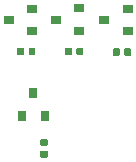
<source format=gbr>
G04 #@! TF.GenerationSoftware,KiCad,Pcbnew,5.0.2+dfsg1-1*
G04 #@! TF.CreationDate,2019-03-28T13:57:09+00:00*
G04 #@! TF.ProjectId,PiZeroInteract,50695a65-726f-4496-9e74-65726163742e,rev?*
G04 #@! TF.SameCoordinates,Original*
G04 #@! TF.FileFunction,Paste,Bot*
G04 #@! TF.FilePolarity,Positive*
%FSLAX46Y46*%
G04 Gerber Fmt 4.6, Leading zero omitted, Abs format (unit mm)*
G04 Created by KiCad (PCBNEW 5.0.2+dfsg1-1) date Thu 28 Mar 2019 13:57:09 GMT*
%MOMM*%
%LPD*%
G01*
G04 APERTURE LIST*
%ADD10R,0.800000X0.900000*%
%ADD11R,0.900000X0.800000*%
%ADD12C,0.100000*%
%ADD13C,0.590000*%
G04 APERTURE END LIST*
D10*
G04 #@! TO.C,Q2*
X132650000Y-76500000D03*
X131700000Y-78500000D03*
X133600000Y-78500000D03*
G04 #@! TD*
D11*
G04 #@! TO.C,Q1*
X136550000Y-69350000D03*
X136550000Y-71250000D03*
X134550000Y-70300000D03*
G04 #@! TD*
G04 #@! TO.C,Q3*
X138650000Y-70350000D03*
X140650000Y-71300000D03*
X140650000Y-69400000D03*
G04 #@! TD*
G04 #@! TO.C,Q4*
X132550000Y-69400000D03*
X132550000Y-71300000D03*
X130550000Y-70350000D03*
G04 #@! TD*
D12*
G04 #@! TO.C,R9*
G36*
X136746958Y-72680710D02*
X136761276Y-72682834D01*
X136775317Y-72686351D01*
X136788946Y-72691228D01*
X136802031Y-72697417D01*
X136814447Y-72704858D01*
X136826073Y-72713481D01*
X136836798Y-72723202D01*
X136846519Y-72733927D01*
X136855142Y-72745553D01*
X136862583Y-72757969D01*
X136868772Y-72771054D01*
X136873649Y-72784683D01*
X136877166Y-72798724D01*
X136879290Y-72813042D01*
X136880000Y-72827500D01*
X136880000Y-73172500D01*
X136879290Y-73186958D01*
X136877166Y-73201276D01*
X136873649Y-73215317D01*
X136868772Y-73228946D01*
X136862583Y-73242031D01*
X136855142Y-73254447D01*
X136846519Y-73266073D01*
X136836798Y-73276798D01*
X136826073Y-73286519D01*
X136814447Y-73295142D01*
X136802031Y-73302583D01*
X136788946Y-73308772D01*
X136775317Y-73313649D01*
X136761276Y-73317166D01*
X136746958Y-73319290D01*
X136732500Y-73320000D01*
X136437500Y-73320000D01*
X136423042Y-73319290D01*
X136408724Y-73317166D01*
X136394683Y-73313649D01*
X136381054Y-73308772D01*
X136367969Y-73302583D01*
X136355553Y-73295142D01*
X136343927Y-73286519D01*
X136333202Y-73276798D01*
X136323481Y-73266073D01*
X136314858Y-73254447D01*
X136307417Y-73242031D01*
X136301228Y-73228946D01*
X136296351Y-73215317D01*
X136292834Y-73201276D01*
X136290710Y-73186958D01*
X136290000Y-73172500D01*
X136290000Y-72827500D01*
X136290710Y-72813042D01*
X136292834Y-72798724D01*
X136296351Y-72784683D01*
X136301228Y-72771054D01*
X136307417Y-72757969D01*
X136314858Y-72745553D01*
X136323481Y-72733927D01*
X136333202Y-72723202D01*
X136343927Y-72713481D01*
X136355553Y-72704858D01*
X136367969Y-72697417D01*
X136381054Y-72691228D01*
X136394683Y-72686351D01*
X136408724Y-72682834D01*
X136423042Y-72680710D01*
X136437500Y-72680000D01*
X136732500Y-72680000D01*
X136746958Y-72680710D01*
X136746958Y-72680710D01*
G37*
D13*
X136585000Y-73000000D03*
D12*
G36*
X135776958Y-72680710D02*
X135791276Y-72682834D01*
X135805317Y-72686351D01*
X135818946Y-72691228D01*
X135832031Y-72697417D01*
X135844447Y-72704858D01*
X135856073Y-72713481D01*
X135866798Y-72723202D01*
X135876519Y-72733927D01*
X135885142Y-72745553D01*
X135892583Y-72757969D01*
X135898772Y-72771054D01*
X135903649Y-72784683D01*
X135907166Y-72798724D01*
X135909290Y-72813042D01*
X135910000Y-72827500D01*
X135910000Y-73172500D01*
X135909290Y-73186958D01*
X135907166Y-73201276D01*
X135903649Y-73215317D01*
X135898772Y-73228946D01*
X135892583Y-73242031D01*
X135885142Y-73254447D01*
X135876519Y-73266073D01*
X135866798Y-73276798D01*
X135856073Y-73286519D01*
X135844447Y-73295142D01*
X135832031Y-73302583D01*
X135818946Y-73308772D01*
X135805317Y-73313649D01*
X135791276Y-73317166D01*
X135776958Y-73319290D01*
X135762500Y-73320000D01*
X135467500Y-73320000D01*
X135453042Y-73319290D01*
X135438724Y-73317166D01*
X135424683Y-73313649D01*
X135411054Y-73308772D01*
X135397969Y-73302583D01*
X135385553Y-73295142D01*
X135373927Y-73286519D01*
X135363202Y-73276798D01*
X135353481Y-73266073D01*
X135344858Y-73254447D01*
X135337417Y-73242031D01*
X135331228Y-73228946D01*
X135326351Y-73215317D01*
X135322834Y-73201276D01*
X135320710Y-73186958D01*
X135320000Y-73172500D01*
X135320000Y-72827500D01*
X135320710Y-72813042D01*
X135322834Y-72798724D01*
X135326351Y-72784683D01*
X135331228Y-72771054D01*
X135337417Y-72757969D01*
X135344858Y-72745553D01*
X135353481Y-72733927D01*
X135363202Y-72723202D01*
X135373927Y-72713481D01*
X135385553Y-72704858D01*
X135397969Y-72697417D01*
X135411054Y-72691228D01*
X135424683Y-72686351D01*
X135438724Y-72682834D01*
X135453042Y-72680710D01*
X135467500Y-72680000D01*
X135762500Y-72680000D01*
X135776958Y-72680710D01*
X135776958Y-72680710D01*
G37*
D13*
X135615000Y-73000000D03*
G04 #@! TD*
D12*
G04 #@! TO.C,R10*
G36*
X140796958Y-72730710D02*
X140811276Y-72732834D01*
X140825317Y-72736351D01*
X140838946Y-72741228D01*
X140852031Y-72747417D01*
X140864447Y-72754858D01*
X140876073Y-72763481D01*
X140886798Y-72773202D01*
X140896519Y-72783927D01*
X140905142Y-72795553D01*
X140912583Y-72807969D01*
X140918772Y-72821054D01*
X140923649Y-72834683D01*
X140927166Y-72848724D01*
X140929290Y-72863042D01*
X140930000Y-72877500D01*
X140930000Y-73222500D01*
X140929290Y-73236958D01*
X140927166Y-73251276D01*
X140923649Y-73265317D01*
X140918772Y-73278946D01*
X140912583Y-73292031D01*
X140905142Y-73304447D01*
X140896519Y-73316073D01*
X140886798Y-73326798D01*
X140876073Y-73336519D01*
X140864447Y-73345142D01*
X140852031Y-73352583D01*
X140838946Y-73358772D01*
X140825317Y-73363649D01*
X140811276Y-73367166D01*
X140796958Y-73369290D01*
X140782500Y-73370000D01*
X140487500Y-73370000D01*
X140473042Y-73369290D01*
X140458724Y-73367166D01*
X140444683Y-73363649D01*
X140431054Y-73358772D01*
X140417969Y-73352583D01*
X140405553Y-73345142D01*
X140393927Y-73336519D01*
X140383202Y-73326798D01*
X140373481Y-73316073D01*
X140364858Y-73304447D01*
X140357417Y-73292031D01*
X140351228Y-73278946D01*
X140346351Y-73265317D01*
X140342834Y-73251276D01*
X140340710Y-73236958D01*
X140340000Y-73222500D01*
X140340000Y-72877500D01*
X140340710Y-72863042D01*
X140342834Y-72848724D01*
X140346351Y-72834683D01*
X140351228Y-72821054D01*
X140357417Y-72807969D01*
X140364858Y-72795553D01*
X140373481Y-72783927D01*
X140383202Y-72773202D01*
X140393927Y-72763481D01*
X140405553Y-72754858D01*
X140417969Y-72747417D01*
X140431054Y-72741228D01*
X140444683Y-72736351D01*
X140458724Y-72732834D01*
X140473042Y-72730710D01*
X140487500Y-72730000D01*
X140782500Y-72730000D01*
X140796958Y-72730710D01*
X140796958Y-72730710D01*
G37*
D13*
X140635000Y-73050000D03*
D12*
G36*
X139826958Y-72730710D02*
X139841276Y-72732834D01*
X139855317Y-72736351D01*
X139868946Y-72741228D01*
X139882031Y-72747417D01*
X139894447Y-72754858D01*
X139906073Y-72763481D01*
X139916798Y-72773202D01*
X139926519Y-72783927D01*
X139935142Y-72795553D01*
X139942583Y-72807969D01*
X139948772Y-72821054D01*
X139953649Y-72834683D01*
X139957166Y-72848724D01*
X139959290Y-72863042D01*
X139960000Y-72877500D01*
X139960000Y-73222500D01*
X139959290Y-73236958D01*
X139957166Y-73251276D01*
X139953649Y-73265317D01*
X139948772Y-73278946D01*
X139942583Y-73292031D01*
X139935142Y-73304447D01*
X139926519Y-73316073D01*
X139916798Y-73326798D01*
X139906073Y-73336519D01*
X139894447Y-73345142D01*
X139882031Y-73352583D01*
X139868946Y-73358772D01*
X139855317Y-73363649D01*
X139841276Y-73367166D01*
X139826958Y-73369290D01*
X139812500Y-73370000D01*
X139517500Y-73370000D01*
X139503042Y-73369290D01*
X139488724Y-73367166D01*
X139474683Y-73363649D01*
X139461054Y-73358772D01*
X139447969Y-73352583D01*
X139435553Y-73345142D01*
X139423927Y-73336519D01*
X139413202Y-73326798D01*
X139403481Y-73316073D01*
X139394858Y-73304447D01*
X139387417Y-73292031D01*
X139381228Y-73278946D01*
X139376351Y-73265317D01*
X139372834Y-73251276D01*
X139370710Y-73236958D01*
X139370000Y-73222500D01*
X139370000Y-72877500D01*
X139370710Y-72863042D01*
X139372834Y-72848724D01*
X139376351Y-72834683D01*
X139381228Y-72821054D01*
X139387417Y-72807969D01*
X139394858Y-72795553D01*
X139403481Y-72783927D01*
X139413202Y-72773202D01*
X139423927Y-72763481D01*
X139435553Y-72754858D01*
X139447969Y-72747417D01*
X139461054Y-72741228D01*
X139474683Y-72736351D01*
X139488724Y-72732834D01*
X139503042Y-72730710D01*
X139517500Y-72730000D01*
X139812500Y-72730000D01*
X139826958Y-72730710D01*
X139826958Y-72730710D01*
G37*
D13*
X139665000Y-73050000D03*
G04 #@! TD*
D12*
G04 #@! TO.C,R11*
G36*
X133736958Y-81390710D02*
X133751276Y-81392834D01*
X133765317Y-81396351D01*
X133778946Y-81401228D01*
X133792031Y-81407417D01*
X133804447Y-81414858D01*
X133816073Y-81423481D01*
X133826798Y-81433202D01*
X133836519Y-81443927D01*
X133845142Y-81455553D01*
X133852583Y-81467969D01*
X133858772Y-81481054D01*
X133863649Y-81494683D01*
X133867166Y-81508724D01*
X133869290Y-81523042D01*
X133870000Y-81537500D01*
X133870000Y-81832500D01*
X133869290Y-81846958D01*
X133867166Y-81861276D01*
X133863649Y-81875317D01*
X133858772Y-81888946D01*
X133852583Y-81902031D01*
X133845142Y-81914447D01*
X133836519Y-81926073D01*
X133826798Y-81936798D01*
X133816073Y-81946519D01*
X133804447Y-81955142D01*
X133792031Y-81962583D01*
X133778946Y-81968772D01*
X133765317Y-81973649D01*
X133751276Y-81977166D01*
X133736958Y-81979290D01*
X133722500Y-81980000D01*
X133377500Y-81980000D01*
X133363042Y-81979290D01*
X133348724Y-81977166D01*
X133334683Y-81973649D01*
X133321054Y-81968772D01*
X133307969Y-81962583D01*
X133295553Y-81955142D01*
X133283927Y-81946519D01*
X133273202Y-81936798D01*
X133263481Y-81926073D01*
X133254858Y-81914447D01*
X133247417Y-81902031D01*
X133241228Y-81888946D01*
X133236351Y-81875317D01*
X133232834Y-81861276D01*
X133230710Y-81846958D01*
X133230000Y-81832500D01*
X133230000Y-81537500D01*
X133230710Y-81523042D01*
X133232834Y-81508724D01*
X133236351Y-81494683D01*
X133241228Y-81481054D01*
X133247417Y-81467969D01*
X133254858Y-81455553D01*
X133263481Y-81443927D01*
X133273202Y-81433202D01*
X133283927Y-81423481D01*
X133295553Y-81414858D01*
X133307969Y-81407417D01*
X133321054Y-81401228D01*
X133334683Y-81396351D01*
X133348724Y-81392834D01*
X133363042Y-81390710D01*
X133377500Y-81390000D01*
X133722500Y-81390000D01*
X133736958Y-81390710D01*
X133736958Y-81390710D01*
G37*
D13*
X133550000Y-81685000D03*
D12*
G36*
X133736958Y-80420710D02*
X133751276Y-80422834D01*
X133765317Y-80426351D01*
X133778946Y-80431228D01*
X133792031Y-80437417D01*
X133804447Y-80444858D01*
X133816073Y-80453481D01*
X133826798Y-80463202D01*
X133836519Y-80473927D01*
X133845142Y-80485553D01*
X133852583Y-80497969D01*
X133858772Y-80511054D01*
X133863649Y-80524683D01*
X133867166Y-80538724D01*
X133869290Y-80553042D01*
X133870000Y-80567500D01*
X133870000Y-80862500D01*
X133869290Y-80876958D01*
X133867166Y-80891276D01*
X133863649Y-80905317D01*
X133858772Y-80918946D01*
X133852583Y-80932031D01*
X133845142Y-80944447D01*
X133836519Y-80956073D01*
X133826798Y-80966798D01*
X133816073Y-80976519D01*
X133804447Y-80985142D01*
X133792031Y-80992583D01*
X133778946Y-80998772D01*
X133765317Y-81003649D01*
X133751276Y-81007166D01*
X133736958Y-81009290D01*
X133722500Y-81010000D01*
X133377500Y-81010000D01*
X133363042Y-81009290D01*
X133348724Y-81007166D01*
X133334683Y-81003649D01*
X133321054Y-80998772D01*
X133307969Y-80992583D01*
X133295553Y-80985142D01*
X133283927Y-80976519D01*
X133273202Y-80966798D01*
X133263481Y-80956073D01*
X133254858Y-80944447D01*
X133247417Y-80932031D01*
X133241228Y-80918946D01*
X133236351Y-80905317D01*
X133232834Y-80891276D01*
X133230710Y-80876958D01*
X133230000Y-80862500D01*
X133230000Y-80567500D01*
X133230710Y-80553042D01*
X133232834Y-80538724D01*
X133236351Y-80524683D01*
X133241228Y-80511054D01*
X133247417Y-80497969D01*
X133254858Y-80485553D01*
X133263481Y-80473927D01*
X133273202Y-80463202D01*
X133283927Y-80453481D01*
X133295553Y-80444858D01*
X133307969Y-80437417D01*
X133321054Y-80431228D01*
X133334683Y-80426351D01*
X133348724Y-80422834D01*
X133363042Y-80420710D01*
X133377500Y-80420000D01*
X133722500Y-80420000D01*
X133736958Y-80420710D01*
X133736958Y-80420710D01*
G37*
D13*
X133550000Y-80715000D03*
G04 #@! TD*
D12*
G04 #@! TO.C,R12*
G36*
X132696958Y-72680710D02*
X132711276Y-72682834D01*
X132725317Y-72686351D01*
X132738946Y-72691228D01*
X132752031Y-72697417D01*
X132764447Y-72704858D01*
X132776073Y-72713481D01*
X132786798Y-72723202D01*
X132796519Y-72733927D01*
X132805142Y-72745553D01*
X132812583Y-72757969D01*
X132818772Y-72771054D01*
X132823649Y-72784683D01*
X132827166Y-72798724D01*
X132829290Y-72813042D01*
X132830000Y-72827500D01*
X132830000Y-73172500D01*
X132829290Y-73186958D01*
X132827166Y-73201276D01*
X132823649Y-73215317D01*
X132818772Y-73228946D01*
X132812583Y-73242031D01*
X132805142Y-73254447D01*
X132796519Y-73266073D01*
X132786798Y-73276798D01*
X132776073Y-73286519D01*
X132764447Y-73295142D01*
X132752031Y-73302583D01*
X132738946Y-73308772D01*
X132725317Y-73313649D01*
X132711276Y-73317166D01*
X132696958Y-73319290D01*
X132682500Y-73320000D01*
X132387500Y-73320000D01*
X132373042Y-73319290D01*
X132358724Y-73317166D01*
X132344683Y-73313649D01*
X132331054Y-73308772D01*
X132317969Y-73302583D01*
X132305553Y-73295142D01*
X132293927Y-73286519D01*
X132283202Y-73276798D01*
X132273481Y-73266073D01*
X132264858Y-73254447D01*
X132257417Y-73242031D01*
X132251228Y-73228946D01*
X132246351Y-73215317D01*
X132242834Y-73201276D01*
X132240710Y-73186958D01*
X132240000Y-73172500D01*
X132240000Y-72827500D01*
X132240710Y-72813042D01*
X132242834Y-72798724D01*
X132246351Y-72784683D01*
X132251228Y-72771054D01*
X132257417Y-72757969D01*
X132264858Y-72745553D01*
X132273481Y-72733927D01*
X132283202Y-72723202D01*
X132293927Y-72713481D01*
X132305553Y-72704858D01*
X132317969Y-72697417D01*
X132331054Y-72691228D01*
X132344683Y-72686351D01*
X132358724Y-72682834D01*
X132373042Y-72680710D01*
X132387500Y-72680000D01*
X132682500Y-72680000D01*
X132696958Y-72680710D01*
X132696958Y-72680710D01*
G37*
D13*
X132535000Y-73000000D03*
D12*
G36*
X131726958Y-72680710D02*
X131741276Y-72682834D01*
X131755317Y-72686351D01*
X131768946Y-72691228D01*
X131782031Y-72697417D01*
X131794447Y-72704858D01*
X131806073Y-72713481D01*
X131816798Y-72723202D01*
X131826519Y-72733927D01*
X131835142Y-72745553D01*
X131842583Y-72757969D01*
X131848772Y-72771054D01*
X131853649Y-72784683D01*
X131857166Y-72798724D01*
X131859290Y-72813042D01*
X131860000Y-72827500D01*
X131860000Y-73172500D01*
X131859290Y-73186958D01*
X131857166Y-73201276D01*
X131853649Y-73215317D01*
X131848772Y-73228946D01*
X131842583Y-73242031D01*
X131835142Y-73254447D01*
X131826519Y-73266073D01*
X131816798Y-73276798D01*
X131806073Y-73286519D01*
X131794447Y-73295142D01*
X131782031Y-73302583D01*
X131768946Y-73308772D01*
X131755317Y-73313649D01*
X131741276Y-73317166D01*
X131726958Y-73319290D01*
X131712500Y-73320000D01*
X131417500Y-73320000D01*
X131403042Y-73319290D01*
X131388724Y-73317166D01*
X131374683Y-73313649D01*
X131361054Y-73308772D01*
X131347969Y-73302583D01*
X131335553Y-73295142D01*
X131323927Y-73286519D01*
X131313202Y-73276798D01*
X131303481Y-73266073D01*
X131294858Y-73254447D01*
X131287417Y-73242031D01*
X131281228Y-73228946D01*
X131276351Y-73215317D01*
X131272834Y-73201276D01*
X131270710Y-73186958D01*
X131270000Y-73172500D01*
X131270000Y-72827500D01*
X131270710Y-72813042D01*
X131272834Y-72798724D01*
X131276351Y-72784683D01*
X131281228Y-72771054D01*
X131287417Y-72757969D01*
X131294858Y-72745553D01*
X131303481Y-72733927D01*
X131313202Y-72723202D01*
X131323927Y-72713481D01*
X131335553Y-72704858D01*
X131347969Y-72697417D01*
X131361054Y-72691228D01*
X131374683Y-72686351D01*
X131388724Y-72682834D01*
X131403042Y-72680710D01*
X131417500Y-72680000D01*
X131712500Y-72680000D01*
X131726958Y-72680710D01*
X131726958Y-72680710D01*
G37*
D13*
X131565000Y-73000000D03*
G04 #@! TD*
M02*

</source>
